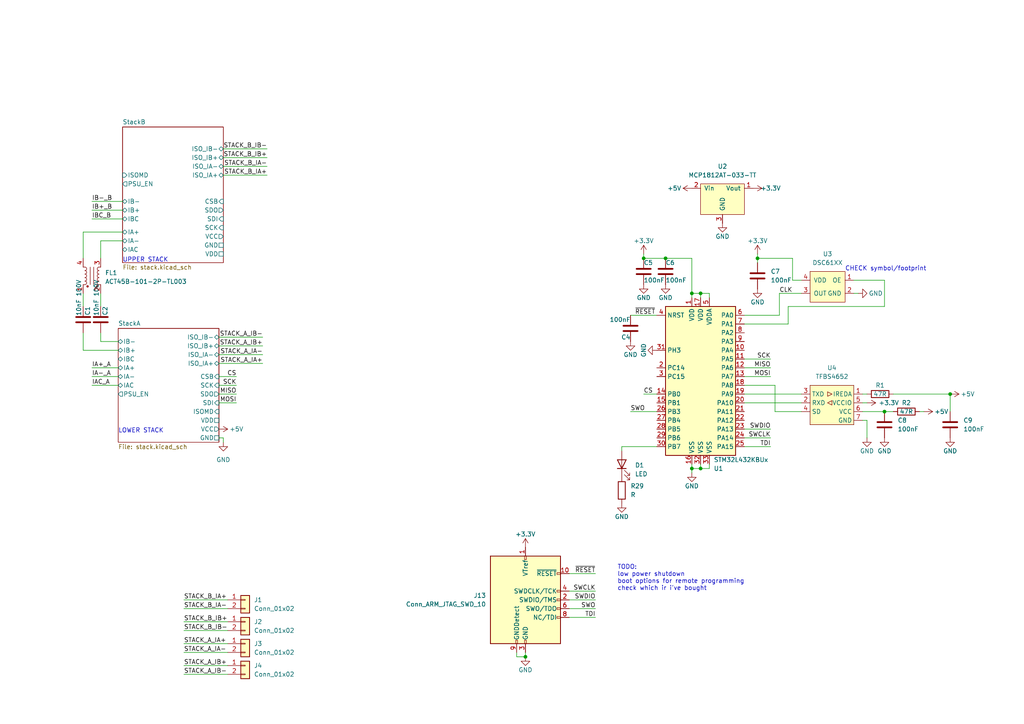
<source format=kicad_sch>
(kicad_sch (version 20230121) (generator eeschema)
  (paper "A4")
  (title_block (title "BMS Monitor") (date "2022-10-25") (company "E-Agle TRT") (comment 1 "Filippo Volpe"))
  (lib_symbols
    (symbol "Connector:Conn_ARM_JTAG_SWD_10" (pin_names (offset 1.016))
      (property "Reference" "J" (at -2.54 16.51 0))
      (property "Value" "Conn_ARM_JTAG_SWD_10" (at -2.54 13.97 0))
      (symbol "Conn_ARM_JTAG_SWD_10_0_1"
        (rectangle (start -10.16 12.7) (end 10.16 -12.7) (stroke (width 0.254)) (fill (type background)))
        (rectangle (start -2.794 -12.7) (end -2.286 -11.684))
        (rectangle (start -0.254 -12.7) (end 0.254 -11.684))
        (rectangle (start -0.254 12.7) (end 0.254 11.684))
        (rectangle (start 9.144 2.286) (end 10.16 2.794))
        (rectangle (start 10.16 -2.794) (end 9.144 -2.286))
        (rectangle (start 10.16 -0.254) (end 9.144 0.254))
        (rectangle (start 10.16 7.874) (end 9.144 7.366))
      )
      (symbol "Conn_ARM_JTAG_SWD_10_1_1"
        (rectangle (start 9.144 -5.334) (end 10.16 -4.826))
        (pin power_in line (at 0 15.24 270) (length 2.54) (name "VTref") (number "1"))
        (pin open_collector line (at 12.7 7.62 180) (length 2.54) (name "~{RESET}") (number "10"))
        (pin bidirectional line (at 12.7 0 180) (length 2.54) (name "SWDIO/TMS") (number "2"))
        (pin power_in line (at 0 -15.24 90) (length 2.54) (name "GND") (number "3"))
        (pin output line (at 12.7 2.54 180) (length 2.54) (name "SWDCLK/TCK") (number "4"))
        (pin passive line (at 0 -15.24 90) (length 2.54) hide (name "GND") (number "5"))
        (pin input line (at 12.7 -2.54 180) (length 2.54) (name "SWO/TDO") (number "6"))
        (pin no_connect line (at -10.16 0 0) (length 2.54) hide (name "KEY") (number "7"))
        (pin output line (at 12.7 -5.08 180) (length 2.54) (name "NC/TDI") (number "8"))
        (pin passive line (at -2.54 -15.24 90) (length 2.54) (name "GNDDetect") (number "9"))
      )
    )
    (symbol "Connector_Generic:Conn_01x02" (pin_names (offset 1.016) hide)
      (property "Reference" "J" (at 0 2.54 0))
      (property "Value" "Conn_01x02" (at 0 -5.08 0))
      (symbol "Conn_01x02_1_1"
        (rectangle (start -1.27 -2.413) (end 0 -2.667) (stroke (width 0.1524)))
        (rectangle (start -1.27 0.127) (end 0 -0.127) (stroke (width 0.1524)))
        (rectangle (start -1.27 1.27) (end 1.27 -3.81) (stroke (width 0.254)) (fill (type background)))
        (pin passive line (at -5.08 0 0) (length 3.81) (name "Pin_1") (number "1"))
        (pin passive line (at -5.08 -2.54 0) (length 3.81) (name "Pin_2") (number "2"))
      )
    )
    (symbol "Device:C" (pin_numbers hide) (pin_names (offset 0.254))
      (property "Reference" "C" (at 0.635 2.54 0))
      (property "Value" "C" (at 0.635 -2.54 0))
      (symbol "C_0_1"
        (polyline (pts (xy -2.032 -0.762) (xy 2.032 -0.762)) (stroke (width 0.508)))
        (polyline (pts (xy -2.032 0.762) (xy 2.032 0.762)) (stroke (width 0.508)))
      )
      (symbol "C_1_1"
        (pin passive line (at 0 3.81 270) (length 2.794) (name "~") (number "1"))
        (pin passive line (at 0 -3.81 90) (length 2.794) (name "~") (number "2"))
      )
    )
    (symbol "Device:Filter_EMI_LL_1423" (pin_names hide)
      (property "Reference" "FL" (at 0 4.445 0))
      (property "Value" "Filter_EMI_LL_1423" (at 0 -4.445 0))
      (symbol "Filter_EMI_LL_1423_0_1"
        (circle (center -3.048 -1.27) (radius 0.254) (fill (type outline)))
        (circle (center -3.048 1.524) (radius 0.254) (fill (type outline)))
        (arc (start -2.54 2.032) (mid -2.032 1.5262) (end -1.524 2.032))
        (arc (start -1.524 -2.032) (mid -2.032 -1.5262) (end -2.54 -2.032))
        (arc (start -1.524 2.032) (mid -1.016 1.5262) (end -0.508 2.032))
        (arc (start -0.508 -2.032) (mid -1.016 -1.5262) (end -1.524 -2.032))
        (arc (start -0.508 2.032) (mid 0 1.5262) (end 0.508 2.032))
        (polyline (pts (xy -2.54 -2.032) (xy -2.54 -2.54)))
        (polyline (pts (xy -2.54 0.508) (xy 2.54 0.508)))
        (polyline (pts (xy -2.54 2.032) (xy -2.54 2.54)))
        (polyline (pts (xy 2.54 -2.032) (xy 2.54 -2.54)))
        (polyline (pts (xy 2.54 -0.508) (xy -2.54 -0.508)))
        (polyline (pts (xy 2.54 2.54) (xy 2.54 2.032)))
        (arc (start 0.508 -2.032) (mid 0 -1.5262) (end -0.508 -2.032))
        (arc (start 0.508 2.032) (mid 1.016 1.5262) (end 1.524 2.032))
        (arc (start 1.524 -2.032) (mid 1.016 -1.5262) (end 0.508 -2.032))
        (arc (start 1.524 2.032) (mid 2.032 1.5262) (end 2.54 2.032))
        (arc (start 2.54 -2.032) (mid 2.032 -1.5262) (end 1.524 -2.032))
      )
      (symbol "Filter_EMI_LL_1423_1_1"
        (pin passive line (at -5.08 -2.54 0) (length 2.54) (name "1") (number "1"))
        (pin passive line (at -5.08 2.54 0) (length 2.54) (name "2") (number "2"))
        (pin passive line (at 5.08 2.54 180) (length 2.54) (name "3") (number "3"))
        (pin passive line (at 5.08 -2.54 180) (length 2.54) (name "4") (number "4"))
      )
    )
    (symbol "Device:LED" (pin_numbers hide) (pin_names (offset 1.016) hide)
      (property "Reference" "D" (at 0 2.54 0))
      (property "Value" "LED" (at 0 -2.54 0))
      (symbol "LED_0_1"
        (polyline (pts (xy -1.27 -1.27) (xy -1.27 1.27)) (stroke (width 0.254)))
        (polyline (pts (xy -1.27 0) (xy 1.27 0)))
        (polyline (pts (xy 1.27 -1.27) (xy 1.27 1.27) (xy -1.27 0) (xy 1.27 -1.27)) (stroke (width 0.254)))
        (polyline (pts (xy -3.048 -0.762) (xy -4.572 -2.286) (xy -3.81 -2.286) (xy -4.572 -2.286) (xy -4.572 -1.524)))
        (polyline (pts (xy -1.778 -0.762) (xy -3.302 -2.286) (xy -2.54 -2.286) (xy -3.302 -2.286) (xy -3.302 -1.524)))
      )
      (symbol "LED_1_1"
        (pin passive line (at -3.81 0 0) (length 2.54) (name "K") (number "1"))
        (pin passive line (at 3.81 0 180) (length 2.54) (name "A") (number "2"))
      )
    )
    (symbol "Device:R" (pin_numbers hide) (pin_names (offset 0))
      (property "Reference" "R" (at 2.032 0 90))
      (property "Value" "R" (at 0 0 90))
      (symbol "R_0_1"
        (rectangle (start -1.016 -2.54) (end 1.016 2.54) (stroke (width 0.254)))
      )
      (symbol "R_1_1"
        (pin passive line (at 0 3.81 270) (length 1.27) (name "~") (number "1"))
        (pin passive line (at 0 -3.81 90) (length 1.27) (name "~") (number "2"))
      )
    )
    (symbol "Eagle_Main:DSC61XX" (pin_names (offset 1.016))
      (property "Reference" "U" (at -3.81 7.62 0))
      (property "Value" "DSC61XX" (at 0 5.08 0))
      (symbol "DSC61XX_0_1"
        (rectangle (start -5.08 3.81) (end 5.08 -5.08) (fill (type background)))
      )
      (symbol "DSC61XX_1_1"
        (pin input line (at -7.62 1.27 0) (length 2.54) (name "OE") (number "1"))
        (pin power_in line (at -7.62 -2.54 0) (length 2.54) (name "GND") (number "2"))
        (pin output line (at 7.62 -2.54 180) (length 2.54) (name "OUT") (number "3"))
        (pin power_in line (at 7.62 1.27 180) (length 2.54) (name "VDD") (number "4"))
      )
    )
    (symbol "Eagle_Main:MCP181X" (pin_names (offset 1.016))
      (property "Reference" "U" (at 0 7.62 0))
      (property "Value" "MCP181X" (at 0 5.715 0))
      (symbol "MCP181X_0_1"
        (rectangle (start -6.35 2.54) (end 6.35 -6.35) (fill (type background)))
      )
      (symbol "MCP181X_1_1"
        (pin tri_state line (at 8.89 1.27 180) (length 2.54) (name "Vout") (number "1"))
        (pin tri_state line (at -8.89 1.27 0) (length 2.54) (name "Vin") (number "2"))
        (pin tri_state line (at 0 -8.89 90) (length 2.54) (name "GND") (number "3"))
      )
    )
    (symbol "Eagle_Main:TFBS4652"
      (property "Reference" "U" (at -6.35 6.35 0))
      (property "Value" "TFBS4652" (at 1.27 6.35 0))
      (symbol "TFBS4652_0_1"
        (rectangle (start -6.35 5.08) (end 6.35 -6.35) (fill (type background)))
        (polyline (pts (xy -1.27 3.175) (xy 0 2.54)))
        (polyline (pts (xy 0 0.635) (xy -1.27 0)))
        (polyline (pts (xy -1.27 0) (xy 0 -0.635) (xy 0 0.635)))
        (polyline (pts (xy 0 2.54) (xy -1.27 1.905) (xy -1.27 3.175)))
      )
      (symbol "TFBS4652_1_1"
        (pin input line (at 8.89 2.54 180) (length 2.54) (name "IREDA") (number "1"))
        (pin output line (at -8.89 0 0) (length 2.54) (name "RXD") (number "2"))
        (pin input line (at -8.89 2.54 0) (length 2.54) (name "TXD") (number "3"))
        (pin input line (at -8.89 -2.54 0) (length 2.54) (name "SD") (number "4"))
        (pin power_in line (at 8.89 0 180) (length 2.54) (name "VCCIO") (number "5"))
        (pin power_in line (at 8.89 -2.54 180) (length 2.54) (name "VCC") (number "6"))
        (pin input line (at 8.89 -5.08 180) (length 2.54) (name "GND") (number "7"))
      )
    )
    (symbol "MCU_ST_STM32L4:STM32L432KBUx"
      (property "Reference" "U" (at -10.16 21.59 0))
      (property "Value" "STM32L432KBUx" (at 5.08 21.59 0))
      (symbol "STM32L432KBUx_0_1"
        (rectangle (start -10.16 -22.86) (end 10.16 20.32) (stroke (width 0.254)) (fill (type background)))
      )
      (symbol "STM32L432KBUx_1_1"
        (pin power_in line (at -2.54 22.86 270) (length 2.54) (name "VDD") (number "1"))
        (pin bidirectional line (at 12.7 7.62 180) (length 2.54) (name "PA4") (number "10"))
        (pin bidirectional line (at 12.7 5.08 180) (length 2.54) (name "PA5") (number "11"))
        (pin bidirectional line (at 12.7 2.54 180) (length 2.54) (name "PA6") (number "12"))
        (pin bidirectional line (at 12.7 0 180) (length 2.54) (name "PA7") (number "13"))
        (pin bidirectional line (at -12.7 -5.08 0) (length 2.54) (name "PB0") (number "14"))
        (pin bidirectional line (at -12.7 -7.62 0) (length 2.54) (name "PB1") (number "15"))
        (pin power_in line (at -2.54 -25.4 90) (length 2.54) (name "VSS") (number "16"))
        (pin power_in line (at 0 22.86 270) (length 2.54) (name "VDD") (number "17"))
        (pin bidirectional line (at 12.7 -2.54 180) (length 2.54) (name "PA8") (number "18"))
        (pin bidirectional line (at 12.7 -5.08 180) (length 2.54) (name "PA9") (number "19"))
        (pin bidirectional line (at -12.7 2.54 0) (length 2.54) (name "PC14") (number "2"))
        (pin bidirectional line (at 12.7 -7.62 180) (length 2.54) (name "PA10") (number "20"))
        (pin bidirectional line (at 12.7 -10.16 180) (length 2.54) (name "PA11") (number "21"))
        (pin bidirectional line (at 12.7 -12.7 180) (length 2.54) (name "PA12") (number "22"))
        (pin bidirectional line (at 12.7 -15.24 180) (length 2.54) (name "PA13") (number "23"))
        (pin bidirectional line (at 12.7 -17.78 180) (length 2.54) (name "PA14") (number "24"))
        (pin bidirectional line (at 12.7 -20.32 180) (length 2.54) (name "PA15") (number "25"))
        (pin bidirectional line (at -12.7 -10.16 0) (length 2.54) (name "PB3") (number "26"))
        (pin bidirectional line (at -12.7 -12.7 0) (length 2.54) (name "PB4") (number "27"))
        (pin bidirectional line (at -12.7 -15.24 0) (length 2.54) (name "PB5") (number "28"))
        (pin bidirectional line (at -12.7 -17.78 0) (length 2.54) (name "PB6") (number "29"))
        (pin bidirectional line (at -12.7 0 0) (length 2.54) (name "PC15") (number "3"))
        (pin bidirectional line (at -12.7 -20.32 0) (length 2.54) (name "PB7") (number "30"))
        (pin bidirectional line (at -12.7 7.62 0) (length 2.54) (name "PH3") (number "31"))
        (pin power_in line (at 0 -25.4 90) (length 2.54) (name "VSS") (number "32"))
        (pin power_in line (at 2.54 -25.4 90) (length 2.54) (name "VSS") (number "33"))
        (pin input line (at -12.7 17.78 0) (length 2.54) (name "NRST") (number "4"))
        (pin power_in line (at 2.54 22.86 270) (length 2.54) (name "VDDA") (number "5"))
        (pin bidirectional line (at 12.7 17.78 180) (length 2.54) (name "PA0") (number "6"))
        (pin bidirectional line (at 12.7 15.24 180) (length 2.54) (name "PA1") (number "7"))
        (pin bidirectional line (at 12.7 12.7 180) (length 2.54) (name "PA2") (number "8"))
        (pin bidirectional line (at 12.7 10.16 180) (length 2.54) (name "PA3") (number "9"))
      )
    )
    (symbol "power:+3.3V" (power) (pin_names (offset 0))
      (property "Value" "+3.3V" (at 0 3.556 0))
      (symbol "+3.3V_0_1"
        (polyline (pts (xy -0.762 1.27) (xy 0 2.54)))
        (polyline (pts (xy 0 0) (xy 0 2.54)))
        (polyline (pts (xy 0 2.54) (xy 0.762 1.27)))
      )
      (symbol "+3.3V_1_1"
        (pin power_in line (at 0 0 90) (length 0) hide (name "+3.3V") (number "1"))
      )
    )
    (symbol "power:+5V" (power) (pin_names (offset 0))
      (property "Value" "+5V" (at 0 3.556 0))
      (symbol "+5V_0_1"
        (polyline (pts (xy -0.762 1.27) (xy 0 2.54)))
        (polyline (pts (xy 0 0) (xy 0 2.54)))
        (polyline (pts (xy 0 2.54) (xy 0.762 1.27)))
      )
      (symbol "+5V_1_1"
        (pin power_in line (at 0 0 90) (length 0) hide (name "+5V") (number "1"))
      )
    )
    (symbol "power:GND" (power) (pin_names (offset 0))
      (property "Value" "GND" (at 0 -3.81 0))
      (symbol "GND_0_1"
        (polyline (pts (xy 0 0) (xy 0 -1.27) (xy 1.27 -1.27) (xy 0 -2.54) (xy -1.27 -1.27) (xy 0 -1.27)))
      )
      (symbol "GND_1_1"
        (pin power_in line (at 0 0 270) (length 0) hide (name "GND") (number "1"))
      )
    )
  )
  (junction (at 152.4 190.5))
  (junction (at 203.2 85.09))
  (junction (at 256.54 119.38))
  (junction (at 186.69 74.93))
  (junction (at 275.59 114.3))
  (junction (at 193.04 74.93))
  (junction (at 219.71 74.93))
  (junction (at 200.66 135.89))
  (junction (at 203.2 135.89))
  (junction (at 200.66 85.09))
  (wire (pts (xy 215.9 106.68) (xy 223.52 106.68)))
  (wire (pts (xy 165.1 166.37) (xy 172.72 166.37)))
  (wire (pts (xy 26.67 109.22) (xy 34.29 109.22)))
  (wire (pts (xy 226.06 91.44) (xy 215.9 91.44)))
  (wire (pts (xy 250.19 119.38) (xy 256.54 119.38)))
  (wire (pts (xy 232.41 119.38) (xy 224.79 119.38)))
  (wire (pts (xy 64.77 128.27) (xy 64.77 127)))
  (wire (pts (xy 205.74 85.09) (xy 205.74 86.36)))
  (wire (pts (xy 53.34 195.58) (xy 66.04 195.58)))
  (wire (pts (xy 165.1 171.45) (xy 172.72 171.45)))
  (wire (pts (xy 200.66 135.89) (xy 200.66 137.16)))
  (wire (pts (xy 29.21 69.85) (xy 35.56 69.85)))
  (wire (pts (xy 256.54 119.38) (xy 259.08 119.38)))
  (wire (pts (xy 29.21 74.93) (xy 29.21 69.85)))
  (wire (pts (xy 165.1 173.99) (xy 172.72 173.99)))
  (wire (pts (xy 182.88 91.44) (xy 190.5 91.44)))
  (wire (pts (xy 193.04 74.93) (xy 200.66 74.93)))
  (wire (pts (xy 180.34 129.54) (xy 190.5 129.54)))
  (wire (pts (xy 226.06 85.09) (xy 226.06 91.44)))
  (wire (pts (xy 76.2 100.33) (xy 63.5 100.33)))
  (wire (pts (xy 250.19 116.84) (xy 251.46 116.84)))
  (wire (pts (xy 53.34 186.69) (xy 66.04 186.69)))
  (wire (pts (xy 215.9 124.46) (xy 223.52 124.46)))
  (wire (pts (xy 200.66 74.93) (xy 200.66 85.09)))
  (wire (pts (xy 203.2 85.09) (xy 205.74 85.09)))
  (wire (pts (xy 63.5 111.76) (xy 68.58 111.76)))
  (wire (pts (xy 53.34 189.23) (xy 66.04 189.23)))
  (wire (pts (xy 203.2 135.89) (xy 203.2 134.62)))
  (wire (pts (xy 53.34 180.34) (xy 66.04 180.34)))
  (wire (pts (xy 76.2 105.41) (xy 63.5 105.41)))
  (wire (pts (xy 228.6 93.98) (xy 215.9 93.98)))
  (wire (pts (xy 215.9 116.84) (xy 232.41 116.84)))
  (wire (pts (xy 76.2 102.87) (xy 63.5 102.87)))
  (wire (pts (xy 229.87 81.28) (xy 232.41 81.28)))
  (wire (pts (xy 152.4 189.23) (xy 152.4 190.5)))
  (wire (pts (xy 228.6 88.9) (xy 228.6 93.98)))
  (wire (pts (xy 63.5 116.84) (xy 68.58 116.84)))
  (wire (pts (xy 29.21 85.09) (xy 29.21 88.9)))
  (wire (pts (xy 26.67 111.76) (xy 34.29 111.76)))
  (wire (pts (xy 149.86 189.23) (xy 149.86 190.5)))
  (wire (pts (xy 275.59 119.38) (xy 275.59 114.3)))
  (wire (pts (xy 24.13 67.31) (xy 24.13 74.93)))
  (wire (pts (xy 266.7 119.38) (xy 267.97 119.38)))
  (wire (pts (xy 251.46 121.92) (xy 251.46 127)))
  (wire (pts (xy 24.13 96.52) (xy 24.13 101.6)))
  (wire (pts (xy 165.1 176.53) (xy 172.72 176.53)))
  (wire (pts (xy 53.34 176.53) (xy 66.04 176.53)))
  (wire (pts (xy 77.47 43.18) (xy 64.77 43.18)))
  (wire (pts (xy 186.69 74.93) (xy 193.04 74.93)))
  (wire (pts (xy 229.87 74.93) (xy 229.87 81.28)))
  (wire (pts (xy 165.1 179.07) (xy 172.72 179.07)))
  (wire (pts (xy 247.65 81.28) (xy 256.54 81.28)))
  (wire (pts (xy 24.13 85.09) (xy 24.13 88.9)))
  (wire (pts (xy 26.67 60.96) (xy 35.56 60.96)))
  (wire (pts (xy 256.54 88.9) (xy 228.6 88.9)))
  (wire (pts (xy 26.67 63.5) (xy 35.56 63.5)))
  (wire (pts (xy 219.71 73.66) (xy 219.71 74.93)))
  (wire (pts (xy 224.79 111.76) (xy 215.9 111.76)))
  (wire (pts (xy 219.71 74.93) (xy 219.71 76.2)))
  (wire (pts (xy 35.56 67.31) (xy 24.13 67.31)))
  (wire (pts (xy 247.65 85.09) (xy 248.92 85.09)))
  (wire (pts (xy 200.66 134.62) (xy 200.66 135.89)))
  (wire (pts (xy 26.67 106.68) (xy 34.29 106.68)))
  (wire (pts (xy 200.66 85.09) (xy 203.2 85.09)))
  (wire (pts (xy 53.34 193.04) (xy 66.04 193.04)))
  (wire (pts (xy 275.59 114.3) (xy 259.08 114.3)))
  (wire (pts (xy 190.5 119.38) (xy 182.88 119.38)))
  (wire (pts (xy 232.41 85.09) (xy 226.06 85.09)))
  (wire (pts (xy 180.34 130.81) (xy 180.34 129.54)))
  (wire (pts (xy 215.9 114.3) (xy 232.41 114.3)))
  (wire (pts (xy 224.79 119.38) (xy 224.79 111.76)))
  (wire (pts (xy 186.69 73.66) (xy 186.69 74.93)))
  (wire (pts (xy 219.71 74.93) (xy 229.87 74.93)))
  (wire (pts (xy 149.86 190.5) (xy 152.4 190.5)))
  (wire (pts (xy 53.34 173.99) (xy 66.04 173.99)))
  (wire (pts (xy 205.74 135.89) (xy 205.74 134.62)))
  (wire (pts (xy 215.9 127) (xy 223.52 127)))
  (wire (pts (xy 203.2 135.89) (xy 205.74 135.89)))
  (wire (pts (xy 215.9 104.14) (xy 223.52 104.14)))
  (wire (pts (xy 77.47 48.26) (xy 64.77 48.26)))
  (wire (pts (xy 63.5 109.22) (xy 68.58 109.22)))
  (wire (pts (xy 250.19 114.3) (xy 251.46 114.3)))
  (wire (pts (xy 256.54 81.28) (xy 256.54 88.9)))
  (wire (pts (xy 64.77 127) (xy 63.5 127)))
  (wire (pts (xy 53.34 182.88) (xy 66.04 182.88)))
  (wire (pts (xy 200.66 85.09) (xy 200.66 86.36)))
  (wire (pts (xy 203.2 85.09) (xy 203.2 86.36)))
  (wire (pts (xy 215.9 109.22) (xy 223.52 109.22)))
  (wire (pts (xy 77.47 50.8) (xy 64.77 50.8)))
  (wire (pts (xy 26.67 58.42) (xy 35.56 58.42)))
  (wire (pts (xy 29.21 99.06) (xy 29.21 96.52)))
  (wire (pts (xy 200.66 135.89) (xy 203.2 135.89)))
  (wire (pts (xy 63.5 114.3) (xy 68.58 114.3)))
  (wire (pts (xy 76.2 97.79) (xy 63.5 97.79)))
  (wire (pts (xy 24.13 101.6) (xy 34.29 101.6)))
  (wire (pts (xy 250.19 121.92) (xy 251.46 121.92)))
  (wire (pts (xy 215.9 129.54) (xy 223.52 129.54)))
  (wire (pts (xy 186.69 114.3) (xy 190.5 114.3)))
  (wire (pts (xy 34.29 99.06) (xy 29.21 99.06)))
  (wire (pts (xy 77.47 45.72) (xy 64.77 45.72)))
  (text "UPPER STACK" (at 35.56 76.2 0) (effects (font (size 1.27 1.27)) (justify left bottom)))
  (text "LOWER STACK" (at 34.29 125.73 0) (effects (font (size 1.27 1.27)) (justify left bottom)))
  (text "CHECK symbol/footprint" (at 245.11 78.74 0) (effects (font (size 1.27 1.27)) (justify left bottom)))
  (text "TODO: \nlow power shutdown\nboot options for remote programming\ncheck which ir i've bought" (at 179.07 171.45 0) (effects (font (size 1.27 1.27)) (justify left bottom)))
  (label "STACK_A_IA+" (at 76.2 105.41 180))
  (label "STACK_A_IA+" (at 53.34 186.69 0))
  (label "SWDIO" (at 172.72 173.99 180))
  (label "STACK_B_IA+" (at 53.34 173.99 0))
  (label "MOSI" (at 223.52 109.22 180))
  (label "STACK_A_IB-" (at 76.2 97.79 180))
  (label "SCK" (at 223.52 104.14 180))
  (label "CLK" (at 226.06 85.09 0))
  (label "STACK_B_IA+" (at 77.47 50.8 180))
  (label "STACK_A_IA-" (at 53.34 189.23 0))
  (label "IA+_A" (at 26.67 106.68 0))
  (label "~{RESET}" (at 184.15 91.44 0))
  (label "SWCLK" (at 172.72 171.45 180))
  (label "MOSI" (at 68.58 116.84 180))
  (label "IB+_B" (at 26.67 60.96 0))
  (label "STACK_B_IB+" (at 53.34 180.34 0))
  (label "STACK_B_IB-" (at 77.47 43.18 180))
  (label "IBC_B" (at 26.67 63.5 0))
  (label "STACK_B_IA-" (at 53.34 176.53 0))
  (label "STACK_A_IB-" (at 53.34 195.58 0))
  (label "~{RESET}" (at 172.72 166.37 180))
  (label "STACK_B_IA-" (at 77.47 48.26 180))
  (label "STACK_A_IA-" (at 76.2 102.87 180))
  (label "STACK_B_IB+" (at 77.47 45.72 180))
  (label "SWO" (at 172.72 176.53 180))
  (label "TDI" (at 172.72 179.07 180))
  (label "IB-_B" (at 26.67 58.42 0))
  (label "STACK_A_IB+" (at 76.2 100.33 180))
  (label "STACK_B_IB-" (at 53.34 182.88 0))
  (label "MISO" (at 223.52 106.68 180))
  (label "SWDIO" (at 223.52 124.46 180))
  (label "SWO" (at 182.88 119.38 0))
  (label "STACK_A_IB+" (at 53.34 193.04 0))
  (label "CS" (at 186.69 114.3 0))
  (label "CS" (at 68.58 109.22 180))
  (label "SWCLK" (at 223.52 127 180))
  (label "MISO" (at 68.58 114.3 180))
  (label "SCK" (at 68.58 111.76 180))
  (label "IAC_A" (at 26.67 111.76 0))
  (label "TDI" (at 223.52 129.54 180))
  (label "IA-_A" (at 26.67 109.22 0))
  (symbol (lib_id "Device:C") (at 182.88 95.25 180) (unit 1)
    (property "Reference" "C4" (at 182.88 97.79 0) (effects (justify left)))
    (property "Value" "100nF" (at 182.88 92.71 0) (effects (justify left)))
    (property "Footprint" "Capacitor_SMD:C_0603_1608Metric" (effects hide))
  )
  (symbol (lib_id "Device:LED") (at 180.34 134.62 90) (unit 1)
    (property "Reference" "D1" (at 184.15 134.9374 90) (effects (justify right)))
    (property "Value" "LED" (at 184.15 137.4774 90) (effects (justify right)))
    (property "Footprint" "LED_SMD:LED_0603_1608Metric" (effects hide))
  )
  (symbol (lib_id "power:GND") (at 248.92 85.09 90) (unit 1)
    (property "Reference" "#PWR010" (effects hide))
    (property "Value" "GND" (at 254 85.09 90))
  )
  (symbol (lib_id "Device:C") (at 24.13 92.71 180) (unit 1)
    (property "Reference" "C1" (at 25.4 90.17 90))
    (property "Value" "10nF 100V" (at 22.86 86.36 90))
    (property "Footprint" "Capacitor_SMD:C_1206_3216Metric" (effects hide))
  )
  (symbol (lib_id "power:GND") (at 275.59 127 0) (unit 1)
    (property "Reference" "#PWR016" (effects hide))
    (property "Value" "GND" (at 275.59 130.81 0))
  )
  (symbol (lib_id "power:GND") (at 219.71 83.82 0) (unit 1)
    (property "Reference" "#PWR09" (effects hide))
    (property "Value" "GND" (at 219.71 87.63 0))
  )
  (symbol (lib_id "power:+3.3V") (at 186.69 73.66 0) (unit 1)
    (property "Reference" "#PWR02" (effects hide))
    (property "Value" "+3.3V" (at 186.69 69.85 0))
  )
  (symbol (lib_id "power:GND") (at 256.54 127 0) (unit 1)
    (property "Reference" "#PWR013" (effects hide))
    (property "Value" "GND" (at 256.54 130.81 0))
  )
  (symbol (lib_id "Device:C") (at 275.59 123.19 0) (unit 1)
    (property "Reference" "C9" (at 279.4 121.9199 0) (effects (justify left)))
    (property "Value" "100nF" (at 279.4 124.4599 0) (effects (justify left)))
    (property "Footprint" "Capacitor_SMD:C_0603_1608Metric" (effects hide))
  )
  (symbol (lib_id "Device:C") (at 186.69 78.74 0) (unit 1)
    (property "Reference" "C5" (at 186.69 76.2 0) (effects (justify left)))
    (property "Value" "100nF" (at 186.69 81.28 0) (effects (justify left)))
    (property "Footprint" "Capacitor_SMD:C_0603_1608Metric" (effects hide))
  )
  (symbol (lib_id "power:GND") (at 200.66 137.16 0) (unit 1)
    (property "Reference" "#PWR07" (effects hide))
    (property "Value" "GND" (at 200.66 140.97 0))
  )
  (symbol (lib_id "power:+3.3V") (at 219.71 73.66 0) (unit 1)
    (property "Reference" "#PWR08" (effects hide))
    (property "Value" "+3.3V" (at 219.71 69.85 0))
  )
  (symbol (lib_id "Device:R") (at 255.27 114.3 90) (unit 1)
    (property "Reference" "R1" (at 255.27 111.76 90))
    (property "Value" "47R" (at 255.27 114.3 90))
    (property "Footprint" "Resistor_SMD:R_0603_1608Metric" (effects hide))
  )
  (symbol (lib_id "power:GND") (at 209.55 64.77 0) (unit 1)
    (property "Reference" "#PWR0102" (effects hide))
    (property "Value" "GND" (at 209.55 68.58 0))
  )
  (symbol (lib_id "Device:R") (at 262.89 119.38 90) (unit 1)
    (property "Reference" "R2" (at 262.89 116.84 90))
    (property "Value" "47R" (at 262.89 119.38 90))
    (property "Footprint" "Resistor_SMD:R_0603_1608Metric" (effects hide))
  )
  (symbol (lib_id "Connector_Generic:Conn_01x02") (at 71.12 180.34 0) (unit 1)
    (property "Reference" "J2" (at 73.66 180.3399 0) (effects (justify left)))
    (property "Value" "Conn_01x02" (at 73.66 182.8799 0) (effects (justify left)))
    (property "Footprint" "Connector_Molex:Molex_Micro-Fit_3.0_43650-0215_1x02_P3.00mm_Vertical" (effects hide))
  )
  (symbol (lib_id "Connector_Generic:Conn_01x02") (at 71.12 186.69 0) (unit 1)
    (property "Reference" "J3" (at 73.66 186.6899 0) (effects (justify left)))
    (property "Value" "Conn_01x02" (at 73.66 189.2299 0) (effects (justify left)))
    (property "Footprint" "Connector_Molex:Molex_Micro-Fit_3.0_43650-0215_1x02_P3.00mm_Vertical" (effects hide))
  )
  (symbol (lib_id "power:+5V") (at 267.97 119.38 270) (unit 1)
    (property "Reference" "#PWR014" (effects hide))
    (property "Value" "+5V" (at 273.05 119.38 90))
  )
  (symbol (lib_id "Device:C") (at 193.04 78.74 0) (unit 1)
    (property "Reference" "C6" (at 193.04 76.2 0) (effects (justify left)))
    (property "Value" "100nF" (at 193.04 81.28 0) (effects (justify left)))
    (property "Footprint" "Capacitor_SMD:C_0603_1608Metric" (effects hide))
  )
  (symbol (lib_id "Eagle_Main:TFBS4652") (at 241.3 116.84 0) (unit 1)
    (property "Reference" "U4" (at 241.3 106.68 0))
    (property "Value" "TFBS4652" (at 241.3 109.22 0))
    (property "Footprint" "Eagle_Main:TFBS4652" (effects hide))
  )
  (symbol (lib_id "Device:C") (at 219.71 80.01 0) (unit 1)
    (property "Reference" "C7" (at 223.52 78.7399 0) (effects (justify left)))
    (property "Value" "100nF" (at 223.52 81.2799 0) (effects (justify left)))
    (property "Footprint" "Capacitor_SMD:C_0603_1608Metric" (effects hide))
  )
  (symbol (lib_id "Eagle_Main:MCP181X") (at 209.55 55.88 0) (unit 1)
    (property "Reference" "U2" (at 209.55 48.26 0))
    (property "Value" "MCP1812AT-033-TT" (at 209.55 50.8 0))
    (property "Footprint" "Package_TO_SOT_SMD:SOT-23" (effects hide))
    (property "Datasheet" "https://www.mouser.it/datasheet/2/268/MCP1811A-11B-12A-12B-Family-Data-Sheet-DS20006088A-1488740.pdf" (effects hide))
  )
  (symbol (lib_id "power:GND") (at 186.69 82.55 0) (unit 1)
    (property "Reference" "#PWR05" (effects hide))
    (property "Value" "GND" (at 186.69 86.36 0))
  )
  (symbol (lib_id "Device:R") (at 180.34 142.24 0) (unit 1)
    (property "Reference" "R29" (at 182.88 140.9699 0) (effects (justify left)))
    (property "Value" "R" (at 182.88 143.5099 0) (effects (justify left)))
    (property "Footprint" "Resistor_SMD:R_0603_1608Metric" (effects hide))
  )
  (symbol (lib_id "power:+5V") (at 63.5 124.46 270) (unit 1)
    (property "Reference" "#PWR0104" (effects hide))
    (property "Value" "+5V" (at 68.58 124.46 90))
  )
  (symbol (lib_id "power:GND") (at 64.77 128.27 0) (unit 1)
    (property "Reference" "#PWR01" (effects hide))
    (property "Value" "GND" (at 64.77 133.35 0))
  )
  (symbol (lib_id "power:GND") (at 180.34 146.05 0) (unit 1)
    (property "Reference" "#PWR0107" (effects hide))
    (property "Value" "GND" (at 180.34 149.86 0))
  )
  (symbol (lib_id "power:GND") (at 251.46 127 0) (unit 1)
    (property "Reference" "#PWR012" (effects hide))
    (property "Value" "GND" (at 251.46 130.81 0))
  )
  (symbol (lib_id "Connector_Generic:Conn_01x02") (at 71.12 193.04 0) (unit 1)
    (property "Reference" "J4" (at 73.66 193.0399 0) (effects (justify left)))
    (property "Value" "Conn_01x02" (at 73.66 195.5799 0) (effects (justify left)))
    (property "Footprint" "Connector_Molex:Molex_Micro-Fit_3.0_43650-0215_1x02_P3.00mm_Vertical" (effects hide))
  )
  (symbol (lib_id "MCU_ST_STM32L4:STM32L432KBUx") (at 203.2 109.22 0) (unit 1)
    (property "Reference" "U1" (at 207.01 135.89 0) (effects (justify left)))
    (property "Value" "STM32L432KBUx" (at 207.01 133.35 0) (effects (justify left)))
    (property "Footprint" "Package_DFN_QFN:QFN-32-1EP_5x5mm_P0.5mm_EP3.45x3.45mm" (effects hide))
    (property "Datasheet" "http://www.st.com/st-web-ui/static/active/en/resource/technical/document/datasheet/DM00257205.pdf" (effects hide))
  )
  (symbol (lib_id "Device:C") (at 29.21 92.71 180) (unit 1)
    (property "Reference" "C2" (at 30.48 90.17 90))
    (property "Value" "10nF 100V" (at 27.94 86.36 90))
    (property "Footprint" "Capacitor_SMD:C_1206_3216Metric" (effects hide))
  )
  (symbol (lib_id "Connector:Conn_ARM_JTAG_SWD_10") (at 152.4 173.99 0) (unit 1)
    (property "Reference" "J13" (at 140.97 172.7199 0) (effects (justify right)))
    (property "Value" "Conn_ARM_JTAG_SWD_10" (at 140.97 175.2599 0) (effects (justify right)))
    (property "Footprint" "Connector_PinHeader_1.27mm:PinHeader_2x05_P1.27mm_Vertical" (effects hide))
    (property "Datasheet" "http://infocenter.arm.com/help/topic/com.arm.doc.ddi0314h/DDI0314H_coresight_components_trm.pdf" (effects hide))
  )
  (symbol (lib_id "power:GND") (at 182.88 99.06 0) (unit 1)
    (property "Reference" "#PWR03" (effects hide))
    (property "Value" "GND" (at 182.88 102.87 0))
  )
  (symbol (lib_id "power:+3.3V") (at 218.44 54.61 270) (unit 1)
    (property "Reference" "#PWR0103" (effects hide))
    (property "Value" "+3.3V" (at 223.52 54.61 90))
  )
  (symbol (lib_id "power:GND") (at 152.4 190.5 0) (unit 1)
    (property "Reference" "#PWR0106" (effects hide))
    (property "Value" "GND" (at 152.4 194.31 0))
  )
  (symbol (lib_id "Device:Filter_EMI_LL_1423") (at 26.67 80.01 270) (mirror x) (unit 1)
    (property "Reference" "FL1" (at 30.48 79.1209 90) (effects (justify left)))
    (property "Value" "ACT45B-101-2P-TL003" (at 30.48 81.6609 90) (effects (justify left)))
    (property "Footprint" "Eagle_Main:ACT45B-xxx-2P-TL003" (effects hide))
  )
  (symbol (lib_id "power:+3.3V") (at 251.46 116.84 270) (unit 1)
    (property "Reference" "#PWR011" (effects hide))
    (property "Value" "+3.3V" (at 257.81 116.84 90))
  )
  (symbol (lib_id "Device:C") (at 256.54 123.19 0) (unit 1)
    (property "Reference" "C8" (at 260.35 121.9199 0) (effects (justify left)))
    (property "Value" "100nF" (at 260.35 124.4599 0) (effects (justify left)))
    (property "Footprint" "Capacitor_SMD:C_0603_1608Metric" (effects hide))
  )
  (symbol (lib_id "power:GND") (at 190.5 101.6 270) (unit 1)
    (property "Reference" "#PWR0108" (effects hide))
    (property "Value" "GND" (at 186.69 101.6 0))
  )
  (symbol (lib_id "power:GND") (at 193.04 82.55 0) (unit 1)
    (property "Reference" "#PWR06" (effects hide))
    (property "Value" "GND" (at 193.04 86.36 0))
  )
  (symbol (lib_id "Connector_Generic:Conn_01x02") (at 71.12 173.99 0) (unit 1)
    (property "Reference" "J1" (at 73.66 173.9899 0) (effects (justify left)))
    (property "Value" "Conn_01x02" (at 73.66 176.5299 0) (effects (justify left)))
    (property "Footprint" "Connector_Molex:Molex_Micro-Fit_3.0_43650-0215_1x02_P3.00mm_Vertical" (effects hide))
  )
  (symbol (lib_id "power:+5V") (at 275.59 114.3 270) (unit 1)
    (property "Reference" "#PWR015" (effects hide))
    (property "Value" "+5V" (at 280.67 114.3 90))
  )
  (symbol (lib_id "Eagle_Main:DSC61XX") (at 240.03 82.55 0) (mirror y) (unit 1)
    (property "Reference" "U3" (at 240.03 73.66 0))
    (property "Value" "DSC61XX" (at 240.03 76.2 0))
    (property "Footprint" "Package_LGA:VLGA-4_2x2.5mm_P1.65mm" (effects hide))
  )
  (symbol (lib_id "power:+3.3V") (at 152.4 158.75 0) (unit 1)
    (property "Reference" "#PWR0105" (effects hide))
    (property "Value" "+3.3V" (at 152.4 154.94 0))
  )
  (symbol (lib_id "power:+5V") (at 200.66 54.61 90) (unit 1)
    (property "Reference" "#PWR0101" (effects hide))
    (property "Value" "+5V" (at 195.58 54.61 90))
  )
  (sheet (at 35.56 36.83) (size 29.21 39.37) (stroke (width 0.1524))
    (property "Sheetname" "StackB" (at 35.56 36.1184 0) (effects (justify left bottom)))
    (property "Sheetfile" "stack.kicad_sch" (at 35.56 76.7846 0) (effects (justify left top)))
    (pin "VDD" passive (at 64.77 73.66 0))
    (pin "GND" passive (at 64.77 71.12 0))
    (pin "SDI" input (at 64.77 63.5 0))
    (pin "SDO" output (at 64.77 60.96 0))
    (pin "CSB" input (at 64.77 58.42 0))
    (pin "SCK" input (at 64.77 66.04 0))
    (pin "ISO_IA+" bidirectional (at 64.77 50.8 0))
    (pin "ISO_IB-" bidirectional (at 64.77 43.18 0))
    (pin "ISO_IB+" bidirectional (at 64.77 45.72 0))
    (pin "ISO_IA-" bidirectional (at 64.77 48.26 0))
    (pin "IB+" bidirectional (at 35.56 60.96 180))
    (pin "IB-" bidirectional (at 35.56 58.42 180))
    (pin "IA+" bidirectional (at 35.56 67.31 180))
    (pin "IA-" bidirectional (at 35.56 69.85 180))
    (pin "ISOMD" input (at 35.56 50.8 180))
    (pin "PSU_EN" output (at 35.56 53.34 180))
    (pin "IAC" bidirectional (at 35.56 72.39 180))
    (pin "IBC" bidirectional (at 35.56 63.5 180))
    (pin "VCC" output (at 64.77 68.58 0))
  )
  (sheet (at 34.29 95.25) (size 29.21 33.02) (stroke (width 0.1524))
    (property "Sheetname" "StackA" (at 34.29 94.5384 0) (effects (justify left bottom)))
    (property "Sheetfile" "stack.kicad_sch" (at 34.29 128.8546 0) (effects (justify left top)))
    (pin "VDD" passive (at 63.5 121.92 0))
    (pin "GND" passive (at 63.5 127 0))
    (pin "SDI" input (at 63.5 116.84 0))
    (pin "SDO" output (at 63.5 114.3 0))
    (pin "CSB" input (at 63.5 109.22 0))
    (pin "SCK" input (at 63.5 111.76 0))
    (pin "ISO_IA+" bidirectional (at 63.5 105.41 0))
    (pin "ISO_IB-" bidirectional (at 63.5 97.79 0))
    (pin "ISO_IB+" bidirectional (at 63.5 100.33 0))
    (pin "ISO_IA-" bidirectional (at 63.5 102.87 0))
    (pin "IB+" bidirectional (at 34.29 101.6 180))
    (pin "IB-" bidirectional (at 34.29 99.06 180))
    (pin "IA+" bidirectional (at 34.29 106.68 180))
    (pin "IA-" bidirectional (at 34.29 109.22 180))
    (pin "ISOMD" input (at 63.5 119.38 0))
    (pin "PSU_EN" output (at 34.29 114.3 180))
    (pin "IAC" bidirectional (at 34.29 111.76 180))
    (pin "IBC" bidirectional (at 34.29 104.14 180))
    (pin "VCC" output (at 63.5 124.46 0))
  )
)
</source>
